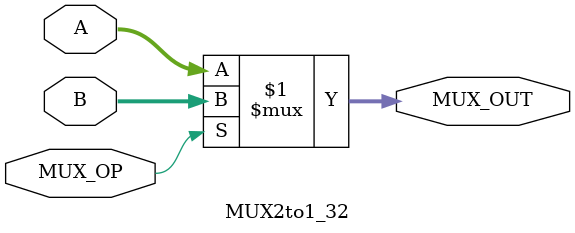
<source format=v>
`timescale 1ns / 1ps
module MUX2to1_32(
	 input [31:0] A,
	 input [31:0] B,
	 input MUX_OP,
	 output [31:0] MUX_OUT
    );
	 assign MUX_OUT = MUX_OP?B:A;

endmodule

</source>
